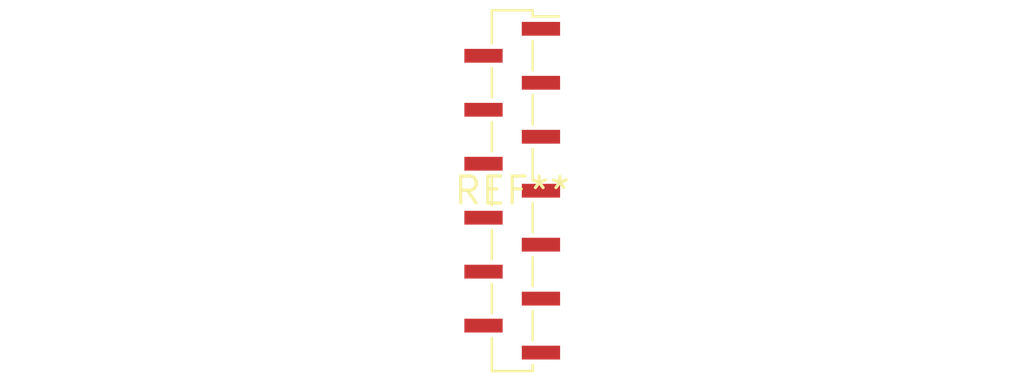
<source format=kicad_pcb>
(kicad_pcb (version 20240108) (generator pcbnew)
  (layers (0 "F.Cu" signal) (31 "B.Cu" signal) (34 "B.Paste" user) (35 "F.Paste" user) (36 "B.SilkS" user "B.Silkscreen") (37 "F.SilkS" user "F.Silkscreen") (38 "B.Mask" user) (39 "F.Mask" user) (44 "Edge.Cuts" user))
  (net 0 "")
  (footprint "PinSocket_1x13_P1.27mm_Vertical_SMD_Pin1Right" (layer "F.Cu") (at 0 0)
    (property "Reference" "REF**")
    (property "Value" "PinSocket_1x13_P1.27mm_Vertical_SMD_Pin1Right")
    (fp_line (start -0.96 -8.49) (end -0.96 -6.935) (layer "F.SilkS") (stroke (width 0.12)))
    (fp_line (start -0.96 -8.49) (end 0.96 -8.49) (layer "F.SilkS") (stroke (width 0.12)))
    (fp_line (start -0.96 -5.765) (end -0.96 -4.395) (layer "F.SilkS") (stroke (width 0.12)))
    (fp_line (start -0.96 -3.225) (end -0.96 -1.855) (layer "F.SilkS") (stroke (width 0.12)))
    (fp_line (start -0.96 -0.685) (end -0.96 0.685) (layer "F.SilkS") (stroke (width 0.12)))
    (fp_line (start -0.96 1.855) (end -0.96 3.225) (layer "F.SilkS") (stroke (width 0.12)))
    (fp_line (start -0.96 4.395) (end -0.96 5.765) (layer "F.SilkS") (stroke (width 0.12)))
    (fp_line (start -0.96 6.935) (end -0.96 8.49) (layer "F.SilkS") (stroke (width 0.12)))
    (fp_line (start -0.96 8.49) (end 0.96 8.49) (layer "F.SilkS") (stroke (width 0.12)))
    (fp_line (start 0.96 -8.49) (end 0.96 -8.205) (layer "F.SilkS") (stroke (width 0.12)))
    (fp_line (start 0.96 -8.205) (end 2.19 -8.205) (layer "F.SilkS") (stroke (width 0.12)))
    (fp_line (start 0.96 -7.035) (end 0.96 -5.665) (layer "F.SilkS") (stroke (width 0.12)))
    (fp_line (start 0.96 -4.495) (end 0.96 -3.125) (layer "F.SilkS") (stroke (width 0.12)))
    (fp_line (start 0.96 -1.955) (end 0.96 -0.585) (layer "F.SilkS") (stroke (width 0.12)))
    (fp_line (start 0.96 0.585) (end 0.96 1.955) (layer "F.SilkS") (stroke (width 0.12)))
    (fp_line (start 0.96 3.125) (end 0.96 4.495) (layer "F.SilkS") (stroke (width 0.12)))
    (fp_line (start 0.96 5.665) (end 0.96 7.035) (layer "F.SilkS") (stroke (width 0.12)))
    (fp_line (start 0.96 8.205) (end 0.96 8.49) (layer "F.SilkS") (stroke (width 0.12)))
    (pad "1" smd rect (at 1.35 -7.62) (size 1.8 0.65) (layers "F.Cu" "F.Paste" "F.Mask"))
    (pad "2" smd rect (at -1.35 -6.35) (size 1.8 0.65) (layers "F.Cu" "F.Paste" "F.Mask"))
    (pad "3" smd rect (at 1.35 -5.08) (size 1.8 0.65) (layers "F.Cu" "F.Paste" "F.Mask"))
    (pad "4" smd rect (at -1.35 -3.81) (size 1.8 0.65) (layers "F.Cu" "F.Paste" "F.Mask"))
    (pad "5" smd rect (at 1.35 -2.54) (size 1.8 0.65) (layers "F.Cu" "F.Paste" "F.Mask"))
    (pad "6" smd rect (at -1.35 -1.27) (size 1.8 0.65) (layers "F.Cu" "F.Paste" "F.Mask"))
    (pad "7" smd rect (at 1.35 0) (size 1.8 0.65) (layers "F.Cu" "F.Paste" "F.Mask"))
    (pad "8" smd rect (at -1.35 1.27) (size 1.8 0.65) (layers "F.Cu" "F.Paste" "F.Mask"))
    (pad "9" smd rect (at 1.35 2.54) (size 1.8 0.65) (layers "F.Cu" "F.Paste" "F.Mask"))
    (pad "10" smd rect (at -1.35 3.81) (size 1.8 0.65) (layers "F.Cu" "F.Paste" "F.Mask"))
    (pad "11" smd rect (at 1.35 5.08) (size 1.8 0.65) (layers "F.Cu" "F.Paste" "F.Mask"))
    (pad "12" smd rect (at -1.35 6.35) (size 1.8 0.65) (layers "F.Cu" "F.Paste" "F.Mask"))
    (pad "13" smd rect (at 1.35 7.62) (size 1.8 0.65) (layers "F.Cu" "F.Paste" "F.Mask"))
  )
)
</source>
